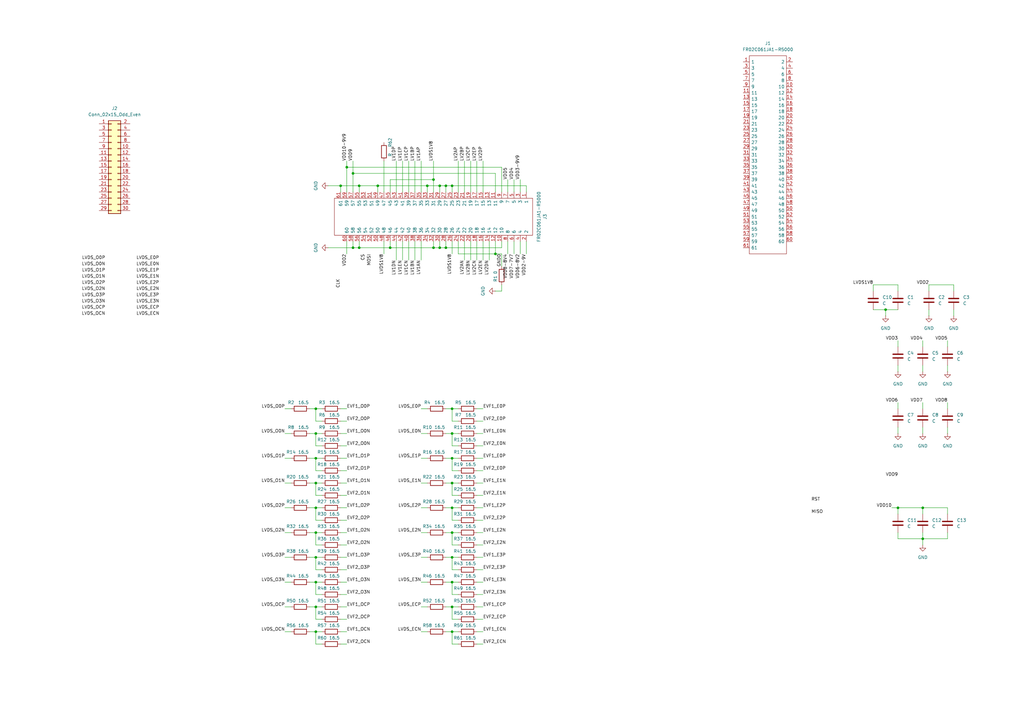
<source format=kicad_sch>
(kicad_sch (version 20231120) (generator "eeschema") (generator_version "8.0")
  (paper "A3")
  (title_block (title "LVDS_to_Dual_EVF") (date "2024-09-11") (rev "00") (company "PumaCorp") (comment 1 "11.09.2024: Initial schematic"))
  (lib_symbols
    (symbol "Component_lib:C" (pin_numbers hide) (pin_names (offset 0.254))
      (property "Reference" "C" (at 0.635 -1.27 0))
      (property "Value" "C" (at 0.635 -6.35 0))
      (symbol "C_1_1"
        (pin passive line (at 0 0 270) (length 2.794) (name "~") (number "1"))
        (pin passive line (at 0 -7.62 90) (length 2.794) (name "~") (number "2"))
      )
    )
    (symbol "Component_lib:FR02C061JA1-R5000" (pin_names (offset 0.762))
      (property "Reference" "J" (at 2.54 7.62 0))
      (property "Value" "FR02C061JA1-R5000" (at 2.54 5.08 0))
      (symbol "FR02C061JA1-R5000_0_0"
        (pin passive line (at 0 0 0) (length 2.54) (name "1") (number "1"))
        (pin passive line (at 20.32 -10.16 180) (length 2.54) (name "10") (number "10"))
        (pin passive line (at 0 -12.7 0) (length 2.54) (name "11") (number "11"))
        (pin passive line (at 20.32 -12.7 180) (length 2.54) (name "12") (number "12"))
        (pin passive line (at 0 -15.24 0) (length 2.54) (name "13") (number "13"))
        (pin passive line (at 20.32 -15.24 180) (length 2.54) (name "14") (number "14"))
        (pin passive line (at 0 -17.78 0) (length 2.54) (name "15") (number "15"))
        (pin passive line (at 20.32 -17.78 180) (length 2.54) (name "16") (number "16"))
        (pin passive line (at 0 -20.32 0) (length 2.54) (name "17") (number "17"))
        (pin passive line (at 20.32 -20.32 180) (length 2.54) (name "18") (number "18"))
        (pin passive line (at 0 -22.86 0) (length 2.54) (name "19") (number "19"))
        (pin passive line (at 20.32 0 180) (length 2.54) (name "2") (number "2"))
        (pin passive line (at 20.32 -22.86 180) (length 2.54) (name "20") (number "20"))
        (pin passive line (at 0 -25.4 0) (length 2.54) (name "21") (number "21"))
        (pin passive line (at 20.32 -25.4 180) (length 2.54) (name "22") (number "22"))
        (pin passive line (at 0 -27.94 0) (length 2.54) (name "23") (number "23"))
        (pin passive line (at 20.32 -27.94 180) (length 2.54) (name "24") (number "24"))
        (pin passive line (at 0 -30.48 0) (length 2.54) (name "25") (number "25"))
        (pin passive line (at 20.32 -30.48 180) (length 2.54) (name "26") (number "26"))
        (pin passive line (at 0 -33.02 0) (length 2.54) (name "27") (number "27"))
        (pin passive line (at 20.32 -33.02 180) (length 2.54) (name "28") (number "28"))
        (pin passive line (at 0 -35.56 0) (length 2.54) (name "29") (number "29"))
        (pin passive line (at 0 -2.54 0) (length 2.54) (name "3") (number "3"))
        (pin passive line (at 20.32 -35.56 180) (length 2.54) (name "30") (number "30"))
        (pin passive line (at 0 -38.1 0) (length 2.54) (name "31") (number "31"))
        (pin passive line (at 20.32 -38.1 180) (length 2.54) (name "32") (number "32"))
        (pin passive line (at 0 -40.64 0) (length 2.54) (name "33") (number "33"))
        (pin passive line (at 20.32 -40.64 180) (length 2.54) (name "34") (number "34"))
        (pin passive line (at 0 -43.18 0) (length 2.54) (name "35") (number "35"))
        (pin passive line (at 20.32 -43.18 180) (length 2.54) (name "36") (number "36"))
        (pin passive line (at 0 -45.72 0) (length 2.54) (name "37") (number "37"))
        (pin passive line (at 20.32 -45.72 180) (length 2.54) (name "38") (number "38"))
        (pin passive line (at 0 -48.26 0) (length 2.54) (name "39") (number "39"))
        (pin passive line (at 20.32 -2.54 180) (length 2.54) (name "4") (number "4"))
        (pin passive line (at 20.32 -48.26 180) (length 2.54) (name "40") (number "40"))
        (pin passive line (at 0 -50.8 0) (length 2.54) (name "41") (number "41"))
        (pin passive line (at 20.32 -50.8 180) (length 2.54) (name "42") (number "42"))
        (pin passive line (at 0 -53.34 0) (length 2.54) (name "43") (number "43"))
        (pin passive line (at 20.32 -53.34 180) (length 2.54) (name "44") (number "44"))
        (pin passive line (at 0 -55.88 0) (length 2.54) (name "45") (number "45"))
        (pin passive line (at 20.32 -55.88 180) (length 2.54) (name "46") (number "46"))
        (pin passive line (at 0 -58.42 0) (length 2.54) (name "47") (number "47"))
        (pin passive line (at 20.32 -58.42 180) (length 2.54) (name "48") (number "48"))
        (pin passive line (at 0 -60.96 0) (length 2.54) (name "49") (number "49"))
        (pin passive line (at 0 -5.08 0) (length 2.54) (name "5") (number "5"))
        (pin passive line (at 20.32 -60.96 180) (length 2.54) (name "50") (number "50"))
        (pin passive line (at 0 -63.5 0) (length 2.54) (name "51") (number "51"))
        (pin passive line (at 20.32 -63.5 180) (length 2.54) (name "52") (number "52"))
        (pin passive line (at 0 -66.04 0) (length 2.54) (name "53") (number "53"))
        (pin passive line (at 20.32 -66.04 180) (length 2.54) (name "54") (number "54"))
        (pin passive line (at 0 -68.58 0) (length 2.54) (name "55") (number "55"))
        (pin passive line (at 20.32 -68.58 180) (length 2.54) (name "56") (number "56"))
        (pin passive line (at 0 -71.12 0) (length 2.54) (name "57") (number "57"))
        (pin passive line (at 20.32 -71.12 180) (length 2.54) (name "58") (number "58"))
        (pin passive line (at 0 -73.66 0) (length 2.54) (name "59") (number "59"))
        (pin passive line (at 20.32 -5.08 180) (length 2.54) (name "6") (number "6"))
        (pin passive line (at 20.32 -73.66 180) (length 2.54) (name "60") (number "60"))
        (pin passive line (at 0 -76.2 0) (length 2.54) (name "61") (number "61"))
        (pin passive line (at 0 -7.62 0) (length 2.54) (name "7") (number "7"))
        (pin passive line (at 20.32 -7.62 180) (length 2.54) (name "8") (number "8"))
        (pin passive line (at 0 -10.16 0) (length 2.54) (name "9") (number "9"))
      )
    )
    (symbol "Component_lib:R" (pin_numbers hide) (pin_names (offset 0))
      (property "Reference" "R" (at 2.032 -3.81 90))
      (property "Value" "R" (at 0 -3.81 90))
      (symbol "R_1_1"
        (pin passive line (at 0 0 270) (length 1.27) (name "~") (number "1"))
        (pin passive line (at 0 -7.62 90) (length 1.27) (name "~") (number "2"))
      )
    )
    (symbol "Connector_Generic:Conn_02x15_Odd_Even" (pin_names (offset 1.016) hide)
      (property "Reference" "J" (at 1.27 20.32 0))
      (property "Value" "Conn_02x15_Odd_Even" (at 1.27 -20.32 0))
      (symbol "Conn_02x15_Odd_Even_1_1"
        (pin passive line (at -5.08 17.78 0) (length 3.81) (name "Pin_1") (number "1"))
        (pin passive line (at 7.62 7.62 180) (length 3.81) (name "Pin_10") (number "10"))
        (pin passive line (at -5.08 5.08 0) (length 3.81) (name "Pin_11") (number "11"))
        (pin passive line (at 7.62 5.08 180) (length 3.81) (name "Pin_12") (number "12"))
        (pin passive line (at -5.08 2.54 0) (length 3.81) (name "Pin_13") (number "13"))
        (pin passive line (at 7.62 2.54 180) (length 3.81) (name "Pin_14") (number "14"))
        (pin passive line (at -5.08 0 0) (length 3.81) (name "Pin_15") (number "15"))
        (pin passive line (at 7.62 0 180) (length 3.81) (name "Pin_16") (number "16"))
        (pin passive line (at -5.08 -2.54 0) (length 3.81) (name "Pin_17") (number "17"))
        (pin passive line (at 7.62 -2.54 180) (length 3.81) (name "Pin_18") (number "18"))
        (pin passive line (at -5.08 -5.08 0) (length 3.81) (name "Pin_19") (number "19"))
        (pin passive line (at 7.62 17.78 180) (length 3.81) (name "Pin_2") (number "2"))
        (pin passive line (at 7.62 -5.08 180) (length 3.81) (name "Pin_20") (number "20"))
        (pin passive line (at -5.08 -7.62 0) (length 3.81) (name "Pin_21") (number "21"))
        (pin passive line (at 7.62 -7.62 180) (length 3.81) (name "Pin_22") (number "22"))
        (pin passive line (at -5.08 -10.16 0) (length 3.81) (name "Pin_23") (number "23"))
        (pin passive line (at 7.62 -10.16 180) (length 3.81) (name "Pin_24") (number "24"))
        (pin passive line (at -5.08 -12.7 0) (length 3.81) (name "Pin_25") (number "25"))
        (pin passive line (at 7.62 -12.7 180) (length 3.81) (name "Pin_26") (number "26"))
        (pin passive line (at -5.08 -15.24 0) (length 3.81) (name "Pin_27") (number "27"))
        (pin passive line (at 7.62 -15.24 180) (length 3.81) (name "Pin_28") (number "28"))
        (pin passive line (at -5.08 -17.78 0) (length 3.81) (name "Pin_29") (number "29"))
        (pin passive line (at -5.08 15.24 0) (length 3.81) (name "Pin_3") (number "3"))
        (pin passive line (at 7.62 -17.78 180) (length 3.81) (name "Pin_30") (number "30"))
        (pin passive line (at 7.62 15.24 180) (length 3.81) (name "Pin_4") (number "4"))
        (pin passive line (at -5.08 12.7 0) (length 3.81) (name "Pin_5") (number "5"))
        (pin passive line (at 7.62 12.7 180) (length 3.81) (name "Pin_6") (number "6"))
        (pin passive line (at -5.08 10.16 0) (length 3.81) (name "Pin_7") (number "7"))
        (pin passive line (at 7.62 10.16 180) (length 3.81) (name "Pin_8") (number "8"))
        (pin passive line (at -5.08 7.62 0) (length 3.81) (name "Pin_9") (number "9"))
      )
    )
    (symbol "power:GND" (power) (pin_numbers hide) (pin_names (offset 0) hide)
      (property "Value" "GND" (at 0 -3.81 0))
      (symbol "GND_1_1"
        (pin power_in line (at 0 0 270) (length 0) (name "~") (number "1"))
      )
    )
  )
  (junction (at 185.42 228.6))
  (junction (at 363.22 127))
  (junction (at 185.42 259.08))
  (junction (at 185.42 218.44))
  (junction (at 129.54 198.12))
  (junction (at 129.54 238.76))
  (junction (at 144.78 71.12))
  (junction (at 177.8 101.6))
  (junction (at 368.3 208.28))
  (junction (at 139.7 76.2))
  (junction (at 129.54 177.8))
  (junction (at 182.88 101.6))
  (junction (at 378.46 208.28))
  (junction (at 129.54 228.6))
  (junction (at 129.54 248.92))
  (junction (at 185.42 187.96))
  (junction (at 185.42 198.12))
  (junction (at 129.54 167.64))
  (junction (at 185.42 208.28))
  (junction (at 147.32 101.6))
  (junction (at 177.8 73.66))
  (junction (at 182.88 76.2))
  (junction (at 142.24 68.58))
  (junction (at 185.42 167.64))
  (junction (at 175.26 76.2))
  (junction (at 144.78 101.6))
  (junction (at 129.54 208.28))
  (junction (at 129.54 187.96))
  (junction (at 154.94 76.2))
  (junction (at 185.42 238.76))
  (junction (at 185.42 248.92))
  (junction (at 129.54 259.08))
  (junction (at 378.46 220.98))
  (junction (at 180.34 101.6))
  (junction (at 129.54 218.44))
  (junction (at 147.32 76.2))
  (junction (at 160.02 101.6))
  (junction (at 180.34 76.2))
  (junction (at 203.2 104.14))
  (junction (at 185.42 177.8))
  (junction (at 185.42 76.2))
  (wire (pts (xy 203.2 78.74) (xy 203.2 71.12)))
  (wire (pts (xy 160.02 99.06) (xy 160.02 101.6)))
  (wire (pts (xy 365.76 208.28) (xy 368.3 208.28)))
  (wire (pts (xy 378.46 208.28) (xy 388.62 208.28)))
  (wire (pts (xy 185.42 187.96) (xy 187.96 187.96)))
  (wire (pts (xy 129.54 218.44) (xy 132.08 218.44)))
  (wire (pts (xy 139.7 182.88) (xy 142.24 182.88)))
  (wire (pts (xy 172.72 99.06) (xy 172.72 106.68)))
  (wire (pts (xy 388.62 218.44) (xy 388.62 220.98)))
  (wire (pts (xy 127 167.64) (xy 129.54 167.64)))
  (wire (pts (xy 195.58 223.52) (xy 198.12 223.52)))
  (wire (pts (xy 195.58 243.84) (xy 198.12 243.84)))
  (wire (pts (xy 182.88 177.8) (xy 185.42 177.8)))
  (wire (pts (xy 187.96 99.06) (xy 187.96 104.14)))
  (wire (pts (xy 116.84 177.8) (xy 119.38 177.8)))
  (wire (pts (xy 172.72 208.28) (xy 175.26 208.28)))
  (wire (pts (xy 185.42 203.2) (xy 187.96 203.2)))
  (wire (pts (xy 185.42 213.36) (xy 187.96 213.36)))
  (wire (pts (xy 368.3 220.98) (xy 378.46 220.98)))
  (wire (pts (xy 185.42 264.16) (xy 187.96 264.16)))
  (wire (pts (xy 381 116.84) (xy 381 119.38)))
  (wire (pts (xy 129.54 228.6) (xy 132.08 228.6)))
  (wire (pts (xy 144.78 66.04) (xy 144.78 71.12)))
  (wire (pts (xy 193.04 66.04) (xy 193.04 78.74)))
  (wire (pts (xy 129.54 198.12) (xy 129.54 203.2)))
  (wire (pts (xy 185.42 182.88) (xy 187.96 182.88)))
  (wire (pts (xy 210.82 99.06) (xy 210.82 104.14)))
  (wire (pts (xy 381 116.84) (xy 391.16 116.84)))
  (wire (pts (xy 185.42 223.52) (xy 187.96 223.52)))
  (wire (pts (xy 358.14 127) (xy 363.22 127)))
  (wire (pts (xy 144.78 99.06) (xy 144.78 101.6)))
  (wire (pts (xy 185.42 172.72) (xy 187.96 172.72)))
  (wire (pts (xy 368.3 175.26) (xy 368.3 177.8)))
  (wire (pts (xy 157.48 66.04) (xy 157.48 78.74)))
  (wire (pts (xy 182.88 248.92) (xy 185.42 248.92)))
  (wire (pts (xy 142.24 78.74) (xy 142.24 68.58)))
  (wire (pts (xy 368.3 208.28) (xy 368.3 210.82)))
  (wire (pts (xy 182.88 218.44) (xy 185.42 218.44)))
  (wire (pts (xy 129.54 259.08) (xy 132.08 259.08)))
  (wire (pts (xy 200.66 99.06) (xy 200.66 106.68)))
  (wire (pts (xy 129.54 187.96) (xy 132.08 187.96)))
  (wire (pts (xy 368.3 116.84) (xy 368.3 119.38)))
  (wire (pts (xy 195.58 218.44) (xy 198.12 218.44)))
  (wire (pts (xy 129.54 238.76) (xy 132.08 238.76)))
  (wire (pts (xy 391.16 127) (xy 391.16 129.54)))
  (wire (pts (xy 378.46 139.7) (xy 378.46 142.24)))
  (wire (pts (xy 139.7 172.72) (xy 142.24 172.72)))
  (wire (pts (xy 154.94 76.2) (xy 175.26 76.2)))
  (wire (pts (xy 144.78 71.12) (xy 144.78 78.74)))
  (wire (pts (xy 378.46 208.28) (xy 378.46 210.82)))
  (wire (pts (xy 368.3 149.86) (xy 368.3 152.4)))
  (wire (pts (xy 139.7 76.2) (xy 147.32 76.2)))
  (wire (pts (xy 129.54 198.12) (xy 132.08 198.12)))
  (wire (pts (xy 147.32 76.2) (xy 147.32 78.74)))
  (wire (pts (xy 142.24 68.58) (xy 205.74 68.58)))
  (wire (pts (xy 368.3 218.44) (xy 368.3 220.98)))
  (wire (pts (xy 388.62 208.28) (xy 388.62 210.82)))
  (wire (pts (xy 182.88 76.2) (xy 185.42 76.2)))
  (wire (pts (xy 129.54 177.8) (xy 132.08 177.8)))
  (wire (pts (xy 129.54 259.08) (xy 129.54 264.16)))
  (wire (pts (xy 139.7 248.92) (xy 142.24 248.92)))
  (wire (pts (xy 195.58 213.36) (xy 198.12 213.36)))
  (wire (pts (xy 195.58 193.04) (xy 198.12 193.04)))
  (wire (pts (xy 177.8 99.06) (xy 177.8 101.6)))
  (wire (pts (xy 160.02 73.66) (xy 177.8 73.66)))
  (wire (pts (xy 175.26 76.2) (xy 180.34 76.2)))
  (wire (pts (xy 185.42 238.76) (xy 187.96 238.76)))
  (wire (pts (xy 182.88 99.06) (xy 182.88 101.6)))
  (wire (pts (xy 205.74 104.14) (xy 205.74 109.22)))
  (wire (pts (xy 154.94 76.2) (xy 154.94 78.74)))
  (wire (pts (xy 139.7 264.16) (xy 142.24 264.16)))
  (wire (pts (xy 177.8 66.04) (xy 177.8 73.66)))
  (wire (pts (xy 187.96 104.14) (xy 203.2 104.14)))
  (wire (pts (xy 127 208.28) (xy 129.54 208.28)))
  (wire (pts (xy 147.32 101.6) (xy 144.78 101.6)))
  (wire (pts (xy 185.42 254) (xy 187.96 254)))
  (wire (pts (xy 129.54 208.28) (xy 129.54 213.36)))
  (wire (pts (xy 215.9 78.74) (xy 215.9 76.2)))
  (wire (pts (xy 139.7 238.76) (xy 142.24 238.76)))
  (wire (pts (xy 185.42 243.84) (xy 187.96 243.84)))
  (wire (pts (xy 195.58 238.76) (xy 198.12 238.76)))
  (wire (pts (xy 195.58 182.88) (xy 198.12 182.88)))
  (wire (pts (xy 170.18 66.04) (xy 170.18 78.74)))
  (wire (pts (xy 139.7 76.2) (xy 139.7 78.74)))
  (wire (pts (xy 388.62 149.86) (xy 388.62 152.4)))
  (wire (pts (xy 144.78 101.6) (xy 134.62 101.6)))
  (wire (pts (xy 172.72 66.04) (xy 172.72 78.74)))
  (wire (pts (xy 185.42 167.64) (xy 185.42 172.72)))
  (wire (pts (xy 167.64 99.06) (xy 167.64 106.68)))
  (wire (pts (xy 129.54 208.28) (xy 132.08 208.28)))
  (wire (pts (xy 198.12 99.06) (xy 198.12 106.68)))
  (wire (pts (xy 195.58 254) (xy 198.12 254)))
  (wire (pts (xy 378.46 149.86) (xy 378.46 152.4)))
  (wire (pts (xy 129.54 167.64) (xy 129.54 172.72)))
  (wire (pts (xy 195.58 198.12) (xy 198.12 198.12)))
  (wire (pts (xy 185.42 218.44) (xy 185.42 223.52)))
  (wire (pts (xy 363.22 127) (xy 368.3 127)))
  (wire (pts (xy 142.24 66.04) (xy 142.24 68.58)))
  (wire (pts (xy 378.46 220.98) (xy 388.62 220.98)))
  (wire (pts (xy 195.58 177.8) (xy 198.12 177.8)))
  (wire (pts (xy 157.48 99.06) (xy 157.48 104.14)))
  (wire (pts (xy 129.54 248.92) (xy 129.54 254)))
  (wire (pts (xy 185.42 187.96) (xy 185.42 193.04)))
  (wire (pts (xy 195.58 99.06) (xy 195.58 106.68)))
  (wire (pts (xy 139.7 233.68) (xy 142.24 233.68)))
  (wire (pts (xy 185.42 177.8) (xy 185.42 182.88)))
  (wire (pts (xy 388.62 139.7) (xy 388.62 142.24)))
  (wire (pts (xy 182.88 228.6) (xy 185.42 228.6)))
  (wire (pts (xy 378.46 175.26) (xy 378.46 177.8)))
  (wire (pts (xy 195.58 167.64) (xy 198.12 167.64)))
  (wire (pts (xy 127 187.96) (xy 129.54 187.96)))
  (wire (pts (xy 185.42 99.06) (xy 185.42 104.14)))
  (wire (pts (xy 208.28 73.66) (xy 208.28 78.74)))
  (wire (pts (xy 215.9 76.2) (xy 185.42 76.2)))
  (wire (pts (xy 177.8 73.66) (xy 177.8 78.74)))
  (wire (pts (xy 185.42 228.6) (xy 187.96 228.6)))
  (wire (pts (xy 378.46 218.44) (xy 378.46 220.98)))
  (wire (pts (xy 129.54 213.36) (xy 132.08 213.36)))
  (wire (pts (xy 182.88 187.96) (xy 185.42 187.96)))
  (wire (pts (xy 172.72 187.96) (xy 175.26 187.96)))
  (wire (pts (xy 172.72 177.8) (xy 175.26 177.8)))
  (wire (pts (xy 177.8 101.6) (xy 160.02 101.6)))
  (wire (pts (xy 116.84 259.08) (xy 119.38 259.08)))
  (wire (pts (xy 185.42 208.28) (xy 185.42 213.36)))
  (wire (pts (xy 182.88 238.76) (xy 185.42 238.76)))
  (wire (pts (xy 363.22 127) (xy 363.22 129.54)))
  (wire (pts (xy 205.74 104.14) (xy 203.2 104.14)))
  (wire (pts (xy 213.36 99.06) (xy 213.36 104.14)))
  (wire (pts (xy 167.64 66.04) (xy 167.64 78.74)))
  (wire (pts (xy 116.84 248.92) (xy 119.38 248.92)))
  (wire (pts (xy 368.3 116.84) (xy 358.14 116.84)))
  (wire (pts (xy 195.58 233.68) (xy 198.12 233.68)))
  (wire (pts (xy 127 238.76) (xy 129.54 238.76)))
  (wire (pts (xy 139.7 259.08) (xy 142.24 259.08)))
  (wire (pts (xy 162.56 99.06) (xy 162.56 106.68)))
  (wire (pts (xy 139.7 177.8) (xy 142.24 177.8)))
  (wire (pts (xy 129.54 238.76) (xy 129.54 243.84)))
  (wire (pts (xy 139.7 76.2) (xy 134.62 76.2)))
  (wire (pts (xy 185.42 193.04) (xy 187.96 193.04)))
  (wire (pts (xy 190.5 99.06) (xy 190.5 106.68)))
  (wire (pts (xy 172.72 167.64) (xy 175.26 167.64)))
  (wire (pts (xy 388.62 165.1) (xy 388.62 167.64)))
  (wire (pts (xy 180.34 99.06) (xy 180.34 101.6)))
  (wire (pts (xy 205.74 68.58) (xy 205.74 78.74)))
  (wire (pts (xy 139.7 167.64) (xy 142.24 167.64)))
  (wire (pts (xy 129.54 243.84) (xy 132.08 243.84)))
  (wire (pts (xy 142.24 99.06) (xy 142.24 104.14)))
  (wire (pts (xy 160.02 101.6) (xy 147.32 101.6)))
  (wire (pts (xy 116.84 187.96) (xy 119.38 187.96)))
  (wire (pts (xy 129.54 254) (xy 132.08 254)))
  (wire (pts (xy 172.72 248.92) (xy 175.26 248.92)))
  (wire (pts (xy 127 218.44) (xy 129.54 218.44)))
  (wire (pts (xy 185.42 167.64) (xy 187.96 167.64)))
  (wire (pts (xy 129.54 177.8) (xy 129.54 182.88)))
  (wire (pts (xy 185.42 259.08) (xy 187.96 259.08)))
  (wire (pts (xy 203.2 99.06) (xy 203.2 104.14)))
  (wire (pts (xy 139.7 243.84) (xy 142.24 243.84)))
  (wire (pts (xy 185.42 76.2) (xy 185.42 78.74)))
  (wire (pts (xy 172.72 218.44) (xy 175.26 218.44)))
  (wire (pts (xy 172.72 259.08) (xy 175.26 259.08)))
  (wire (pts (xy 139.7 193.04) (xy 142.24 193.04)))
  (wire (pts (xy 170.18 99.06) (xy 170.18 106.68)))
  (wire (pts (xy 195.58 259.08) (xy 198.12 259.08)))
  (wire (pts (xy 391.16 116.84) (xy 391.16 119.38)))
  (wire (pts (xy 185.42 228.6) (xy 185.42 233.68)))
  (wire (pts (xy 129.54 203.2) (xy 132.08 203.2)))
  (wire (pts (xy 388.62 175.26) (xy 388.62 177.8)))
  (wire (pts (xy 358.14 116.84) (xy 358.14 119.38)))
  (wire (pts (xy 182.88 101.6) (xy 180.34 101.6)))
  (wire (pts (xy 187.96 66.04) (xy 187.96 78.74)))
  (wire (pts (xy 182.88 208.28) (xy 185.42 208.28)))
  (wire (pts (xy 205.74 99.06) (xy 205.74 101.6)))
  (wire (pts (xy 185.42 259.08) (xy 185.42 264.16)))
  (wire (pts (xy 180.34 76.2) (xy 182.88 76.2)))
  (wire (pts (xy 116.84 208.28) (xy 119.38 208.28)))
  (wire (pts (xy 193.04 99.06) (xy 193.04 106.68)))
  (wire (pts (xy 185.42 248.92) (xy 187.96 248.92)))
  (wire (pts (xy 195.58 172.72) (xy 198.12 172.72)))
  (wire (pts (xy 208.28 99.06) (xy 208.28 104.14)))
  (wire (pts (xy 172.72 198.12) (xy 175.26 198.12)))
  (wire (pts (xy 368.3 208.28) (xy 378.46 208.28)))
  (wire (pts (xy 185.42 248.92) (xy 185.42 254)))
  (wire (pts (xy 127 177.8) (xy 129.54 177.8)))
  (wire (pts (xy 129.54 187.96) (xy 129.54 193.04)))
  (wire (pts (xy 203.2 71.12) (xy 144.78 71.12)))
  (wire (pts (xy 205.74 101.6) (xy 182.88 101.6)))
  (wire (pts (xy 210.82 73.66) (xy 210.82 78.74)))
  (wire (pts (xy 195.58 203.2) (xy 198.12 203.2)))
  (wire (pts (xy 129.54 264.16) (xy 132.08 264.16)))
  (wire (pts (xy 139.7 254) (xy 142.24 254)))
  (wire (pts (xy 182.88 167.64) (xy 185.42 167.64)))
  (wire (pts (xy 205.74 116.84) (xy 205.74 119.38)))
  (wire (pts (xy 147.32 76.2) (xy 154.94 76.2)))
  (wire (pts (xy 185.42 198.12) (xy 185.42 203.2)))
  (wire (pts (xy 172.72 238.76) (xy 175.26 238.76)))
  (wire (pts (xy 195.58 248.92) (xy 198.12 248.92)))
  (wire (pts (xy 129.54 233.68) (xy 132.08 233.68)))
  (wire (pts (xy 139.7 223.52) (xy 142.24 223.52)))
  (wire (pts (xy 127 259.08) (xy 129.54 259.08)))
  (wire (pts (xy 195.58 66.04) (xy 195.58 78.74)))
  (wire (pts (xy 182.88 259.08) (xy 185.42 259.08)))
  (wire (pts (xy 147.32 99.06) (xy 147.32 101.6)))
  (wire (pts (xy 182.88 76.2) (xy 182.88 78.74)))
  (wire (pts (xy 129.54 223.52) (xy 132.08 223.52)))
  (wire (pts (xy 116.84 238.76) (xy 119.38 238.76)))
  (wire (pts (xy 116.84 198.12) (xy 119.38 198.12)))
  (wire (pts (xy 180.34 101.6) (xy 177.8 101.6)))
  (wire (pts (xy 368.3 165.1) (xy 368.3 167.64)))
  (wire (pts (xy 195.58 264.16) (xy 198.12 264.16)))
  (wire (pts (xy 368.3 139.7) (xy 368.3 142.24)))
  (wire (pts (xy 172.72 228.6) (xy 175.26 228.6)))
  (wire (pts (xy 165.1 66.04) (xy 165.1 78.74)))
  (wire (pts (xy 381 127) (xy 381 129.54)))
  (wire (pts (xy 127 198.12) (xy 129.54 198.12)))
  (wire (pts (xy 139.7 187.96) (xy 142.24 187.96)))
  (wire (pts (xy 139.7 203.2) (xy 142.24 203.2)))
  (wire (pts (xy 116.84 218.44) (xy 119.38 218.44)))
  (wire (pts (xy 129.54 182.88) (xy 132.08 182.88)))
  (wire (pts (xy 190.5 66.04) (xy 190.5 78.74)))
  (wire (pts (xy 129.54 228.6) (xy 129.54 233.68)))
  (wire (pts (xy 185.42 177.8) (xy 187.96 177.8)))
  (wire (pts (xy 129.54 193.04) (xy 132.08 193.04)))
  (wire (pts (xy 139.7 208.28) (xy 142.24 208.28)))
  (wire (pts (xy 182.88 198.12) (xy 185.42 198.12)))
  (wire (pts (xy 165.1 99.06) (xy 165.1 106.68)))
  (wire (pts (xy 139.7 198.12) (xy 142.24 198.12)))
  (wire (pts (xy 198.12 66.04) (xy 198.12 78.74)))
  (wire (pts (xy 195.58 187.96) (xy 198.12 187.96)))
  (wire (pts (xy 213.36 73.66) (xy 213.36 78.74)))
  (wire (pts (xy 116.84 228.6) (xy 119.38 228.6)))
  (wire (pts (xy 378.46 165.1) (xy 378.46 167.64)))
  (wire (pts (xy 139.7 218.44) (xy 142.24 218.44)))
  (wire (pts (xy 129.54 218.44) (xy 129.54 223.52)))
  (wire (pts (xy 129.54 167.64) (xy 132.08 167.64)))
  (wire (pts (xy 139.7 213.36) (xy 142.24 213.36)))
  (wire (pts (xy 215.9 99.06) (xy 215.9 104.14)))
  (wire (pts (xy 378.46 220.98) (xy 378.46 223.52)))
  (wire (pts (xy 185.42 218.44) (xy 187.96 218.44)))
  (wire (pts (xy 139.7 228.6) (xy 142.24 228.6)))
  (wire (pts (xy 129.54 248.92) (xy 132.08 248.92)))
  (wire (pts (xy 195.58 208.28) (xy 198.12 208.28)))
  (wire (pts (xy 185.42 238.76) (xy 185.42 243.84)))
  (wire (pts (xy 185.42 233.68) (xy 187.96 233.68)))
  (wire (pts (xy 116.84 167.64) (xy 119.38 167.64)))
  (wire (pts (xy 175.26 76.2) (xy 175.26 78.74)))
  (wire (pts (xy 162.56 66.04) (xy 162.56 78.74)))
  (wire (pts (xy 195.58 228.6) (xy 198.12 228.6)))
  (wire (pts (xy 127 248.92) (xy 129.54 248.92)))
  (wire (pts (xy 185.42 198.12) (xy 187.96 198.12)))
  (wire (pts (xy 205.74 119.38) (xy 203.2 119.38)))
  (wire (pts (xy 129.54 172.72) (xy 132.08 172.72)))
  (wire (pts (xy 185.42 208.28) (xy 187.96 208.28)))
  (wire (pts (xy 180.34 76.2) (xy 180.34 78.74)))
  (wire (pts (xy 127 228.6) (xy 129.54 228.6)))
  (wire (pts (xy 160.02 78.74) (xy 160.02 73.66)))
  (label "LV1EP" (at 165.1 66.04 90))
  (label "EVF1_O3N" (at 142.24 238.76 0))
  (label "EVF2_O2P" (at 142.24 213.36 0))
  (label "LVDS_E2N" (at 172.72 218.44 180))
  (label "LVDS_O1P" (at 116.84 187.96 180))
  (label "EVF2_O3N" (at 142.24 243.84 0))
  (label "LVDS_E3N" (at 55.88 124.46 0))
  (label "LVDS_O2N" (at 43.18 119.38 180))
  (label "LVDS_E1N" (at 172.72 198.12 180))
  (label "EVF2_OCN" (at 142.24 264.16 0))
  (label "EVF1_OCP" (at 142.24 248.92 0))
  (label "LVDS_ECP" (at 55.88 127 0))
  (label "VDD10-9V9" (at 142.24 66.04 90))
  (label "EVF2_OCP" (at 142.24 254 0))
  (label "LV1CP" (at 167.64 66.04 90))
  (label "EVF2_O0P" (at 142.24 172.72 0))
  (label "LVDS1V8" (at 177.8 66.04 90))
  (label "EVF2_O0N" (at 142.24 182.88 0))
  (label "EVF2_O1P" (at 142.24 193.04 0))
  (label "EVF2_E1N" (at 198.12 203.2 0))
  (label "EVF1_O0P" (at 142.24 167.64 0))
  (label "EVF1_O2P" (at 142.24 208.28 0))
  (label "LV1DN" (at 162.56 106.68 270))
  (label "EVF2_O2N" (at 142.24 223.52 0))
  (label "LV2AP" (at 187.96 66.04 90))
  (label "LVDS_O2P" (at 43.18 116.84 180))
  (label "VDD8" (at 388.62 165.1 180))
  (label "LVDS_E1P" (at 172.72 187.96 180))
  (label "EVF2_E0N" (at 198.12 182.88 0))
  (label "LV2BP" (at 190.5 66.04 90))
  (label "EVF1_E3P" (at 198.12 228.6 0))
  (label "LVDS_E0N" (at 172.72 177.8 180))
  (label "MISO" (at 332.74 210.82 0))
  (label "VDD6" (at 368.3 165.1 180))
  (label "EVF1_OCN" (at 142.24 259.08 0))
  (label "LVDS_O1N" (at 43.18 114.3 180))
  (label "EVF1_E1N" (at 198.12 198.12 0))
  (label "EVF1_E0N" (at 198.12 177.8 0))
  (label "LVDS_O2N" (at 116.84 218.44 180))
  (label "LVDS_ECN" (at 172.72 259.08 180))
  (label "LVDS_E3P" (at 172.72 228.6 180))
  (label "EVF2_E3P" (at 198.12 233.68 0))
  (label "LV2EN" (at 198.12 106.68 270))
  (label "VDD5" (at 208.28 73.66 90))
  (label "LVDS_OCN" (at 116.84 259.08 180))
  (label "VDD4" (at 210.82 73.66 90))
  (label "LVDS_O1P" (at 43.18 111.76 180))
  (label "VDD3-9V9" (at 213.36 73.66 90))
  (label "VDD4" (at 378.46 139.7 180))
  (label "LV1BP" (at 170.18 66.04 90))
  (label "LVDS_E0N" (at 55.88 109.22 0))
  (label "LV1AP" (at 172.72 66.04 90))
  (label "LVDS_E0P" (at 172.72 167.64 180))
  (label "LVDS_E3P" (at 55.88 121.92 0))
  (label "EVF1_O1N" (at 142.24 198.12 0))
  (label "LV1AN" (at 172.72 106.68 270))
  (label "VDD2" (at 381 116.84 180))
  (label "LVDS_OCN" (at 43.18 129.54 180))
  (label "CLK" (at 139.7 114.3 270))
  (label "MOSI" (at 152.4 104.14 270))
  (label "LVDS_E2P" (at 172.72 208.28 180))
  (label "LVDS1V8" (at 157.48 104.14 270))
  (label "EVF1_O0N" (at 142.24 177.8 0))
  (label "VDD2" (at 142.24 104.14 270))
  (label "LVDS_O0P" (at 43.18 106.68 180))
  (label "LVDS1V8" (at 185.42 104.14 270))
  (label "LV2DN" (at 200.66 106.68 270))
  (label "LV1DP" (at 162.56 66.04 90))
  (label "VDD10" (at 365.76 208.28 180))
  (label "EVF1_O1P" (at 142.24 187.96 0))
  (label "LV2DP" (at 198.12 66.04 90))
  (label "LVDS_E3N" (at 172.72 238.76 180))
  (label "VDD8-8V4" (at 208.28 104.14 270))
  (label "LVDS_O0N" (at 43.18 109.22 180))
  (label "LVDS_OCP" (at 116.84 248.92 180))
  (label "LV2BN" (at 193.04 106.68 270))
  (label "LVDS_ECP" (at 172.72 248.92 180))
  (label "EVF1_ECP" (at 198.12 248.92 0))
  (label "VDD5" (at 388.62 139.7 180))
  (label "VDD7-7V7" (at 210.82 104.14 270))
  (label "EVF2_E0P" (at 198.12 172.72 0))
  (label "LVDS_OCP" (at 43.18 127 180))
  (label "EVF2_E3N" (at 198.12 243.84 0))
  (label "LVDS_ECN" (at 55.88 129.54 0))
  (label "LVDS_E2P" (at 55.88 116.84 0))
  (label "LVDS_O0N" (at 116.84 177.8 180))
  (label "LVDS_O3P" (at 116.84 228.6 180))
  (label "LVDS_O1N" (at 116.84 198.12 180))
  (label "EVF1_E3N" (at 198.12 238.76 0))
  (label "LVDS_E1N" (at 55.88 114.3 0))
  (label "LV1EN" (at 165.1 106.68 270))
  (label "LV2CN" (at 195.58 106.68 270))
  (label "EVF1_E2N" (at 198.12 218.44 0))
  (label "LVDS1V8" (at 358.14 116.84 180))
  (label "VDD9" (at 368.3 195.58 180))
  (label "LVDS_O2P" (at 116.84 208.28 180))
  (label "LVDS_E0P" (at 55.88 106.68 0))
  (label "EVF1_E0P" (at 198.12 187.96 0))
  (label "VDD3" (at 368.3 139.7 180))
  (label "EVF2_O3P" (at 142.24 233.68 0))
  (label "EVF1_O2N" (at 142.24 218.44 0))
  (label "LVDS_E1P" (at 55.88 111.76 0))
  (label "EVF1_O3P" (at 142.24 228.6 0))
  (label "VDD2-9V" (at 215.9 104.14 270))
  (label "LVDS_O3P" (at 43.18 121.92 180))
  (label "VDD9" (at 144.78 66.04 90))
  (label "LVDS_O0P" (at 116.84 167.64 180))
  (label "VDD6-8V2" (at 213.36 104.14 270))
  (label "EVF2_E2P" (at 198.12 213.36 0))
  (label "EVF2_ECN" (at 198.12 264.16 0))
  (label "VDD7" (at 378.46 165.1 180))
  (label "EVF1_E2P" (at 198.12 208.28 0))
  (label "LV1BN" (at 170.18 106.68 270))
  (label "EVF1_ECN" (at 198.12 259.08 0))
  (label "RST" (at 332.74 205.74 0))
  (label "LV2CP" (at 193.04 66.04 90))
  (label "LV2AN" (at 190.5 106.68 270))
  (label "LVDS_O3N" (at 43.18 124.46 180))
  (label "GND0" (at 205.74 104.14 270))
  (label "LV2EP" (at 195.58 66.04 90))
  (label "EVF2_E0P" (at 198.12 193.04 0))
  (label "EVF2_O1N" (at 142.24 203.2 0))
  (label "LVDS_O3N" (at 116.84 238.76 180))
  (label "LV1CN" (at 167.64 106.68 270))
  (label "EVF1_E0P" (at 198.12 167.64 0))
  (label "CS" (at 149.86 104.14 270))
  (label "EVF2_E2N" (at 198.12 223.52 0))
  (label "EVF2_ECP" (at 198.12 254 0))
  (label "LVDS_E2N" (at 55.88 119.38 0))
  (symbol (lib_id "power:GND") (at 381 129.54 0) (unit 1)
    (property "Reference" "#PWR02" (effects (hide yes)))
    (property "Value" "GND" (at 381 134.62 0))
    (property "Description" "Power symbol creates a global label with name \"GND\" , ground" (effects (hide yes)))
  )
  (symbol (lib_id "Component_lib:R") (at 187.96 187.96 90) (unit 1)
    (property "Reference" "R17" (at 187.96 185.42 90))
    (property "Value" "16.5" (at 193.04 185.42 90))
    (property "Footprint" "Resistor_SMD:R_0201_0603Metric" (effects (hide yes)))
    (property "Description" "Resistor" (effects (hide yes)))
  )
  (symbol (lib_id "Component_lib:R") (at 119.38 248.92 90) (unit 1)
    (property "Reference" "R50" (at 119.38 246.38 90))
    (property "Value" "16.5" (at 124.46 246.38 90))
    (property "Footprint" "Resistor_SMD:R_0201_0603Metric" (effects (hide yes)))
    (property "Description" "Resistor" (effects (hide yes)))
  )
  (symbol (lib_id "Component_lib:R") (at 187.96 243.84 90) (unit 1)
    (property "Reference" "R49" (at 187.96 241.3 90))
    (property "Value" "16.5" (at 193.04 241.3 90))
    (property "Footprint" "Resistor_SMD:R_0201_0603Metric" (effects (hide yes)))
    (property "Description" "Resistor" (effects (hide yes)))
  )
  (symbol (lib_id "Component_lib:R") (at 187.96 238.76 90) (unit 1)
    (property "Reference" "R47" (at 187.96 236.22 90))
    (property "Value" "16.5" (at 193.04 236.22 90))
    (property "Footprint" "Resistor_SMD:R_0201_0603Metric" (effects (hide yes)))
    (property "Description" "Resistor" (effects (hide yes)))
  )
  (symbol (lib_id "Component_lib:R") (at 119.38 177.8 90) (unit 1)
    (property "Reference" "R8" (at 119.38 175.26 90))
    (property "Value" "16.5" (at 124.46 175.26 90))
    (property "Footprint" "Resistor_SMD:R_0201_0603Metric" (effects (hide yes)))
    (property "Description" "Resistor" (effects (hide yes)))
  )
  (symbol (lib_id "Component_lib:R") (at 187.96 248.92 90) (unit 1)
    (property "Reference" "R53" (at 187.96 246.38 90))
    (property "Value" "16.5" (at 193.04 246.38 90))
    (property "Footprint" "Resistor_SMD:R_0201_0603Metric" (effects (hide yes)))
    (property "Description" "Resistor" (effects (hide yes)))
  )
  (symbol (lib_id "Component_lib:R") (at 187.96 208.28 90) (unit 1)
    (property "Reference" "R29" (at 187.96 205.74 90))
    (property "Value" "16.5" (at 193.04 205.74 90))
    (property "Footprint" "Resistor_SMD:R_0201_0603Metric" (effects (hide yes)))
    (property "Description" "Resistor" (effects (hide yes)))
  )
  (symbol (lib_id "Component_lib:R") (at 132.08 218.44 90) (unit 1)
    (property "Reference" "R33" (at 132.08 215.9 90))
    (property "Value" "16.5" (at 137.16 215.9 90))
    (property "Footprint" "Resistor_SMD:R_0201_0603Metric" (effects (hide yes)))
    (property "Description" "Resistor" (effects (hide yes)))
  )
  (symbol (lib_id "Component_lib:R") (at 119.38 228.6 90) (unit 1)
    (property "Reference" "R38" (at 119.38 226.06 90))
    (property "Value" "16.5" (at 124.46 226.06 90))
    (property "Footprint" "Resistor_SMD:R_0201_0603Metric" (effects (hide yes)))
    (property "Description" "Resistor" (effects (hide yes)))
  )
  (symbol (lib_id "Component_lib:R") (at 132.08 233.68 90) (unit 1)
    (property "Reference" "R42" (at 132.08 231.14 90))
    (property "Value" "16.5" (at 137.16 231.14 90))
    (property "Footprint" "Resistor_SMD:R_0201_0603Metric" (effects (hide yes)))
    (property "Description" "Resistor" (effects (hide yes)))
  )
  (symbol (lib_id "power:GND") (at 388.62 152.4 0) (unit 1)
    (property "Reference" "#PWR07" (effects (hide yes)))
    (property "Value" "GND" (at 388.62 157.48 0))
    (property "Description" "Power symbol creates a global label with name \"GND\" , ground" (effects (hide yes)))
  )
  (symbol (lib_id "power:GND") (at 391.16 129.54 0) (unit 1)
    (property "Reference" "#PWR03" (effects (hide yes)))
    (property "Value" "GND" (at 391.16 134.62 0))
    (property "Description" "Power symbol creates a global label with name \"GND\" , ground" (effects (hide yes)))
  )
  (symbol (lib_id "Component_lib:R") (at 119.38 259.08 90) (unit 1)
    (property "Reference" "R56" (at 119.38 256.54 90))
    (property "Value" "16.5" (at 124.46 256.54 90))
    (property "Footprint" "Resistor_SMD:R_0201_0603Metric" (effects (hide yes)))
    (property "Description" "Resistor" (effects (hide yes)))
  )
  (symbol (lib_id "Component_lib:R") (at 175.26 218.44 90) (unit 1)
    (property "Reference" "R34" (at 175.26 215.9 90))
    (property "Value" "16.5" (at 180.34 215.9 90))
    (property "Footprint" "Resistor_SMD:R_0201_0603Metric" (effects (hide yes)))
    (property "Description" "Resistor" (effects (hide yes)))
  )
  (symbol (lib_id "Component_lib:R") (at 187.96 203.2 90) (unit 1)
    (property "Reference" "R25" (at 187.96 200.66 90))
    (property "Value" "16.5" (at 193.04 200.66 90))
    (property "Footprint" "Resistor_SMD:R_0201_0603Metric" (effects (hide yes)))
    (property "Description" "Resistor" (effects (hide yes)))
  )
  (symbol (lib_id "Component_lib:R") (at 132.08 259.08 90) (unit 1)
    (property "Reference" "R57" (at 132.08 256.54 90))
    (property "Value" "16.5" (at 137.16 256.54 90))
    (property "Footprint" "Resistor_SMD:R_0201_0603Metric" (effects (hide yes)))
    (property "Description" "Resistor" (effects (hide yes)))
  )
  (symbol (lib_id "Component_lib:R") (at 187.96 259.08 90) (unit 1)
    (property "Reference" "R59" (at 187.96 256.54 90))
    (property "Value" "16.5" (at 193.04 256.54 90))
    (property "Footprint" "Resistor_SMD:R_0201_0603Metric" (effects (hide yes)))
    (property "Description" "Resistor" (effects (hide yes)))
  )
  (symbol (lib_id "Component_lib:R") (at 187.96 198.12 90) (unit 1)
    (property "Reference" "R23" (at 187.96 195.58 90))
    (property "Value" "16.5" (at 193.04 195.58 90))
    (property "Footprint" "Resistor_SMD:R_0201_0603Metric" (effects (hide yes)))
    (property "Description" "Resistor" (effects (hide yes)))
  )
  (symbol (lib_id "Component_lib:R") (at 187.96 264.16 90) (unit 1)
    (property "Reference" "R61" (at 187.96 261.62 90))
    (property "Value" "16.5" (at 193.04 261.62 90))
    (property "Footprint" "Resistor_SMD:R_0201_0603Metric" (effects (hide yes)))
    (property "Description" "Resistor" (effects (hide yes)))
  )
  (symbol (lib_id "Component_lib:C") (at 388.62 167.64 0) (unit 1)
    (property "Reference" "C9" (at 392.43 170.1799 0) (effects (justify left)))
    (property "Value" "C" (at 392.43 172.7199 0) (effects (justify left)))
    (property "Description" "Unpolarized capacitor" (effects (hide yes)))
  )
  (symbol (lib_id "Component_lib:R") (at 132.08 198.12 90) (unit 1)
    (property "Reference" "R21" (at 132.08 195.58 90))
    (property "Value" "16.5" (at 137.16 195.58 90))
    (property "Footprint" "Resistor_SMD:R_0201_0603Metric" (effects (hide yes)))
    (property "Description" "Resistor" (effects (hide yes)))
  )
  (symbol (lib_id "Component_lib:R") (at 157.48 58.42 0) (unit 1)
    (property "Reference" "R62" (at 160.02 58.42 90))
    (property "Value" "R" (at 160.02 63.5 90))
    (property "Description" "Resistor" (effects (hide yes)))
  )
  (symbol (lib_id "Component_lib:R") (at 175.26 238.76 90) (unit 1)
    (property "Reference" "R46" (at 175.26 236.22 90))
    (property "Value" "16.5" (at 180.34 236.22 90))
    (property "Footprint" "Resistor_SMD:R_0201_0603Metric" (effects (hide yes)))
    (property "Description" "Resistor" (effects (hide yes)))
  )
  (symbol (lib_id "Component_lib:R") (at 132.08 182.88 90) (unit 1)
    (property "Reference" "R12" (at 132.08 180.34 90))
    (property "Value" "16.5" (at 137.16 180.34 90))
    (property "Footprint" "Resistor_SMD:R_0201_0603Metric" (effects (hide yes)))
    (property "Description" "Resistor" (effects (hide yes)))
  )
  (symbol (lib_id "Component_lib:R") (at 132.08 243.84 90) (unit 1)
    (property "Reference" "R48" (at 132.08 241.3 90))
    (property "Value" "16.5" (at 137.16 241.3 90))
    (property "Footprint" "Resistor_SMD:R_0201_0603Metric" (effects (hide yes)))
    (property "Description" "Resistor" (effects (hide yes)))
  )
  (symbol (lib_id "Component_lib:R") (at 132.08 238.76 90) (unit 1)
    (property "Reference" "R45" (at 132.08 236.22 90))
    (property "Value" "16.5" (at 137.16 236.22 90))
    (property "Footprint" "Resistor_SMD:R_0201_0603Metric" (effects (hide yes)))
    (property "Description" "Resistor" (effects (hide yes)))
  )
  (symbol (lib_id "power:GND") (at 368.3 177.8 0) (unit 1)
    (property "Reference" "#PWR08" (effects (hide yes)))
    (property "Value" "GND" (at 368.3 182.88 0))
    (property "Description" "Power symbol creates a global label with name \"GND\" , ground" (effects (hide yes)))
  )
  (symbol (lib_id "Component_lib:C") (at 368.3 167.64 0) (unit 1)
    (property "Reference" "C7" (at 372.11 170.1799 0) (effects (justify left)))
    (property "Value" "C" (at 372.11 172.7199 0) (effects (justify left)))
    (property "Description" "Unpolarized capacitor" (effects (hide yes)))
  )
  (symbol (lib_id "power:GND") (at 203.2 119.38 270) (unit 1)
    (property "Reference" "#PWR04" (effects (hide yes)))
    (property "Value" "GND" (at 198.12 119.38 0))
    (property "Description" "Power symbol creates a global label with name \"GND\" , ground" (effects (hide yes)))
  )
  (symbol (lib_id "Component_lib:C") (at 388.62 210.82 0) (unit 1)
    (property "Reference" "C13" (at 392.43 213.3599 0) (effects (justify left)))
    (property "Value" "C" (at 392.43 215.8999 0) (effects (justify left)))
    (property "Description" "Unpolarized capacitor" (effects (hide yes)))
  )
  (symbol (lib_id "power:GND") (at 363.22 129.54 0) (unit 1)
    (property "Reference" "#PWR01" (effects (hide yes)))
    (property "Value" "GND" (at 363.22 134.62 0))
    (property "Description" "Power symbol creates a global label with name \"GND\" , ground" (effects (hide yes)))
  )
  (symbol (lib_id "Component_lib:R") (at 119.38 218.44 90) (unit 1)
    (property "Reference" "R32" (at 119.38 215.9 90))
    (property "Value" "16.5" (at 124.46 215.9 90))
    (property "Footprint" "Resistor_SMD:R_0201_0603Metric" (effects (hide yes)))
    (property "Description" "Resistor" (effects (hide yes)))
  )
  (symbol (lib_id "Component_lib:R") (at 175.26 228.6 90) (unit 1)
    (property "Reference" "R40" (at 175.26 226.06 90))
    (property "Value" "16.5" (at 180.34 226.06 90))
    (property "Footprint" "Resistor_SMD:R_0201_0603Metric" (effects (hide yes)))
    (property "Description" "Resistor" (effects (hide yes)))
  )
  (symbol (lib_id "Component_lib:R") (at 132.08 213.36 90) (unit 1)
    (property "Reference" "R30" (at 132.08 210.82 90))
    (property "Value" "16.5" (at 137.16 210.82 90))
    (property "Footprint" "Resistor_SMD:R_0201_0603Metric" (effects (hide yes)))
    (property "Description" "Resistor" (effects (hide yes)))
  )
  (symbol (lib_id "Component_lib:R") (at 119.38 238.76 90) (unit 1)
    (property "Reference" "R44" (at 119.38 236.22 90))
    (property "Value" "16.5" (at 124.46 236.22 90))
    (property "Footprint" "Resistor_SMD:R_0201_0603Metric" (effects (hide yes)))
    (property "Description" "Resistor" (effects (hide yes)))
  )
  (symbol (lib_id "Component_lib:C") (at 391.16 119.38 0) (unit 1)
    (property "Reference" "C3" (at 394.97 121.9199 0) (effects (justify left)))
    (property "Value" "C" (at 394.97 124.4599 0) (effects (justify left)))
    (property "Description" "Unpolarized capacitor" (effects (hide yes)))
  )
  (symbol (lib_id "Component_lib:R") (at 187.96 177.8 90) (unit 1)
    (property "Reference" "R11" (at 187.96 175.26 90))
    (property "Value" "16.5" (at 193.04 175.26 90))
    (property "Footprint" "Resistor_SMD:R_0201_0603Metric" (effects (hide yes)))
    (property "Description" "Resistor" (effects (hide yes)))
  )
  (symbol (lib_id "Component_lib:R") (at 132.08 193.04 90) (unit 1)
    (property "Reference" "R18" (at 132.08 190.5 90))
    (property "Value" "16.5" (at 137.16 190.5 90))
    (property "Footprint" "Resistor_SMD:R_0201_0603Metric" (effects (hide yes)))
    (property "Description" "Resistor" (effects (hide yes)))
  )
  (symbol (lib_id "Component_lib:R") (at 187.96 233.68 90) (unit 1)
    (property "Reference" "R43" (at 187.96 231.14 90))
    (property "Value" "16.5" (at 193.04 231.14 90))
    (property "Footprint" "Resistor_SMD:R_0201_0603Metric" (effects (hide yes)))
    (property "Description" "Resistor" (effects (hide yes)))
  )
  (symbol (lib_id "Component_lib:R") (at 132.08 172.72 90) (unit 1)
    (property "Reference" "R6" (at 132.08 170.18 90))
    (property "Value" "16.5" (at 137.16 170.18 90))
    (property "Footprint" "Resistor_SMD:R_0201_0603Metric" (effects (hide yes)))
    (property "Description" "Resistor" (effects (hide yes)))
  )
  (symbol (lib_id "Component_lib:R") (at 187.96 213.36 90) (unit 1)
    (property "Reference" "R31" (at 187.96 210.82 90))
    (property "Value" "16.5" (at 193.04 210.82 90))
    (property "Footprint" "Resistor_SMD:R_0201_0603Metric" (effects (hide yes)))
    (property "Description" "Resistor" (effects (hide yes)))
  )
  (symbol (lib_id "Component_lib:R") (at 187.96 218.44 90) (unit 1)
    (property "Reference" "R35" (at 187.96 215.9 90))
    (property "Value" "16.5" (at 193.04 215.9 90))
    (property "Footprint" "Resistor_SMD:R_0201_0603Metric" (effects (hide yes)))
    (property "Description" "Resistor" (effects (hide yes)))
  )
  (symbol (lib_id "Component_lib:C") (at 358.14 119.38 0) (unit 1)
    (property "Reference" "C10" (at 361.95 121.9199 0) (effects (justify left)))
    (property "Value" "C" (at 361.95 124.4599 0) (effects (justify left)))
    (property "Description" "Unpolarized capacitor" (effects (hide yes)))
  )
  (symbol (lib_id "Component_lib:R") (at 132.08 203.2 90) (unit 1)
    (property "Reference" "R24" (at 132.08 200.66 90))
    (property "Value" "16.5" (at 137.16 200.66 90))
    (property "Footprint" "Resistor_SMD:R_0201_0603Metric" (effects (hide yes)))
    (property "Description" "Resistor" (effects (hide yes)))
  )
  (symbol (lib_id "Component_lib:C") (at 368.3 142.24 0) (unit 1)
    (property "Reference" "C4" (at 372.11 144.7799 0) (effects (justify left)))
    (property "Value" "C" (at 372.11 147.3199 0) (effects (justify left)))
    (property "Description" "Unpolarized capacitor" (effects (hide yes)))
  )
  (symbol (lib_id "Component_lib:R") (at 119.38 167.64 90) (unit 1)
    (property "Reference" "R2" (at 119.38 165.1 90))
    (property "Value" "16.5" (at 124.46 165.1 90))
    (property "Footprint" "Resistor_SMD:R_0201_0603Metric" (effects (hide yes)))
    (property "Description" "Resistor" (effects (hide yes)))
  )
  (symbol (lib_id "Component_lib:R") (at 187.96 228.6 90) (unit 1)
    (property "Reference" "R41" (at 187.96 226.06 90))
    (property "Value" "16.5" (at 193.04 226.06 90))
    (property "Footprint" "Resistor_SMD:R_0201_0603Metric" (effects (hide yes)))
    (property "Description" "Resistor" (effects (hide yes)))
  )
  (symbol (lib_id "power:GND") (at 368.3 152.4 0) (unit 1)
    (property "Reference" "#PWR05" (effects (hide yes)))
    (property "Value" "GND" (at 368.3 157.48 0))
    (property "Description" "Power symbol creates a global label with name \"GND\" , ground" (effects (hide yes)))
  )
  (symbol (lib_id "Component_lib:R") (at 175.26 167.64 90) (unit 1)
    (property "Reference" "R4" (at 175.26 165.1 90))
    (property "Value" "16.5" (at 180.34 165.1 90))
    (property "Footprint" "Resistor_SMD:R_0201_0603Metric" (effects (hide yes)))
    (property "Description" "Resistor" (effects (hide yes)))
  )
  (symbol (lib_id "power:GND") (at 378.46 177.8 0) (unit 1)
    (property "Reference" "#PWR09" (effects (hide yes)))
    (property "Value" "GND" (at 378.46 182.88 0))
    (property "Description" "Power symbol creates a global label with name \"GND\" , ground" (effects (hide yes)))
  )
  (symbol (lib_id "Component_lib:R") (at 187.96 172.72 90) (unit 1)
    (property "Reference" "R7" (at 187.96 170.18 90))
    (property "Value" "16.5" (at 193.04 170.18 90))
    (property "Footprint" "Resistor_SMD:R_0201_0603Metric" (effects (hide yes)))
    (property "Description" "Resistor" (effects (hide yes)))
  )
  (symbol (lib_id "Component_lib:R") (at 187.96 193.04 90) (unit 1)
    (property "Reference" "R19" (at 187.96 190.5 90))
    (property "Value" "16.5" (at 193.04 190.5 90))
    (property "Footprint" "Resistor_SMD:R_0201_0603Metric" (effects (hide yes)))
    (property "Description" "Resistor" (effects (hide yes)))
  )
  (symbol (lib_id "Component_lib:FR02C061JA1-R5000") (at 215.9 78.74 270) (unit 1)
    (property "Reference" "J3" (at 223.52 88.9 0))
    (property "Value" "FR02C061JA1-R5000" (at 220.98 88.9 0))
    (property "Footprint" "Component_lib:FR02C061JA1R5000" (effects (hide yes)))
    (property "Datasheet" "https://datasheet.datasheetarchive.com/originals/distributors/Datasheets_SAMA/4da8c28c9917729c9c89423a3608f674.pdf" (effects (hide yes)))
    (property "Description" "FFC & FPC Connectors 61 position 0.2mm pitch 0.82mm height" (effects (hide yes)))
    (property "Height" "1.405" (effects (hide yes)))
    (property "Mouser Part Number" "656-FR02C061JA1R5000" (effects (hide yes)))
    (property "Mouser Price/Stock" "https://www.mouser.co.uk/ProductDetail/JAE-Electronics/FR02C061JA1-R5000?qs=kw%2FHedSFAElmDi24reWeXA%3D%3D" (effects (hide yes)))
    (property "Manufacturer_Name" "JAE Electronics" (effects (hide yes)))
    (property "Manufacturer_Part_Number" "FR02C061JA1-R5000" (effects (hide yes)))
  )
  (symbol (lib_id "Component_lib:R") (at 175.26 187.96 90) (unit 1)
    (property "Reference" "R16" (at 175.26 185.42 90))
    (property "Value" "16.5" (at 180.34 185.42 90))
    (property "Footprint" "Resistor_SMD:R_0201_0603Metric" (effects (hide yes)))
    (property "Description" "Resistor" (effects (hide yes)))
  )
  (symbol (lib_id "power:GND") (at 388.62 177.8 0) (unit 1)
    (property "Reference" "#PWR010" (effects (hide yes)))
    (property "Value" "GND" (at 388.62 182.88 0))
    (property "Description" "Power symbol creates a global label with name \"GND\" , ground" (effects (hide yes)))
  )
  (symbol (lib_id "Component_lib:C") (at 368.3 119.38 0) (unit 1)
    (property "Reference" "C1" (at 372.11 121.9199 0) (effects (justify left)))
    (property "Value" "C" (at 372.11 124.4599 0) (effects (justify left)))
    (property "Description" "Unpolarized capacitor" (effects (hide yes)))
  )
  (symbol (lib_id "Component_lib:C") (at 378.46 167.64 0) (unit 1)
    (property "Reference" "C8" (at 382.27 170.1799 0) (effects (justify left)))
    (property "Value" "C" (at 382.27 172.7199 0) (effects (justify left)))
    (property "Description" "Unpolarized capacitor" (effects (hide yes)))
  )
  (symbol (lib_id "Connector_Generic:Conn_02x15_Odd_Even") (at 45.72 68.58 0) (unit 1)
    (property "Reference" "J2" (at 46.99 44.45 0))
    (property "Value" "Conn_02x15_Odd_Even" (at 46.99 46.99 0))
    (property "Footprint" "Connector_PinSocket_2.54mm:PinSocket_2x15_P2.54mm_Vertical" (effects (hide yes)))
    (property "Description" "Generic connector, double row, 02x15, odd/even pin numbering scheme (row 1 odd numbers, row 2 even numbers), script generated (kicad-library-utils/schlib/autogen/connector/)" (effects (hide yes)))
  )
  (symbol (lib_id "Component_lib:C") (at 378.46 142.24 0) (unit 1)
    (property "Reference" "C5" (at 382.27 144.7799 0) (effects (justify left)))
    (property "Value" "C" (at 382.27 147.3199 0) (effects (justify left)))
    (property "Description" "Unpolarized capacitor" (effects (hide yes)))
  )
  (symbol (lib_id "Component_lib:R") (at 119.38 208.28 90) (unit 1)
    (property "Reference" "R26" (at 119.38 205.74 90))
    (property "Value" "16.5" (at 124.46 205.74 90))
    (property "Footprint" "Resistor_SMD:R_0201_0603Metric" (effects (hide yes)))
    (property "Description" "Resistor" (effects (hide yes)))
  )
  (symbol (lib_id "Component_lib:R") (at 175.26 259.08 90) (unit 1)
    (property "Reference" "R58" (at 175.26 256.54 90))
    (property "Value" "16.5" (at 180.34 256.54 90))
    (property "Footprint" "Resistor_SMD:R_0201_0603Metric" (effects (hide yes)))
    (property "Description" "Resistor" (effects (hide yes)))
  )
  (symbol (lib_id "Component_lib:C") (at 368.3 210.82 0) (unit 1)
    (property "Reference" "C11" (at 372.11 213.3599 0) (effects (justify left)))
    (property "Value" "C" (at 372.11 215.8999 0) (effects (justify left)))
    (property "Description" "Unpolarized capacitor" (effects (hide yes)))
  )
  (symbol (lib_id "Component_lib:R") (at 187.96 182.88 90) (unit 1)
    (property "Reference" "R13" (at 187.96 180.34 90))
    (property "Value" "16.5" (at 193.04 180.34 90))
    (property "Footprint" "Resistor_SMD:R_0201_0603Metric" (effects (hide yes)))
    (property "Description" "Resistor" (effects (hide yes)))
  )
  (symbol (lib_id "Component_lib:R") (at 187.96 167.64 90) (unit 1)
    (property "Reference" "R5" (at 187.96 165.1 90))
    (property "Value" "16.5" (at 193.04 165.1 90))
    (property "Footprint" "Resistor_SMD:R_0201_0603Metric" (effects (hide yes)))
    (property "Description" "Resistor" (effects (hide yes)))
  )
  (symbol (lib_id "Component_lib:R") (at 187.96 254 90) (unit 1)
    (property "Reference" "R55" (at 187.96 251.46 90))
    (property "Value" "16.5" (at 193.04 251.46 90))
    (property "Footprint" "Resistor_SMD:R_0201_0603Metric" (effects (hide yes)))
    (property "Description" "Resistor" (effects (hide yes)))
  )
  (symbol (lib_id "Component_lib:R") (at 132.08 254 90) (unit 1)
    (property "Reference" "R54" (at 132.08 251.46 90))
    (property "Value" "16.5" (at 137.16 251.46 90))
    (property "Footprint" "Resistor_SMD:R_0201_0603Metric" (effects (hide yes)))
    (property "Description" "Resistor" (effects (hide yes)))
  )
  (symbol (lib_id "Component_lib:R") (at 132.08 208.28 90) (unit 1)
    (property "Reference" "R27" (at 132.08 205.74 90))
    (property "Value" "16.5" (at 137.16 205.74 90))
    (property "Footprint" "Resistor_SMD:R_0201_0603Metric" (effects (hide yes)))
    (property "Description" "Resistor" (effects (hide yes)))
  )
  (symbol (lib_id "power:GND") (at 378.46 152.4 0) (unit 1)
    (property "Reference" "#PWR06" (effects (hide yes)))
    (property "Value" "GND" (at 378.46 157.48 0))
    (property "Description" "Power symbol creates a global label with name \"GND\" , ground" (effects (hide yes)))
  )
  (symbol (lib_id "Component_lib:R") (at 132.08 167.64 90) (unit 1)
    (property "Reference" "R3" (at 132.08 165.1 90))
    (property "Value" "16.5" (at 137.16 165.1 90))
    (property "Footprint" "Resistor_SMD:R_0201_0603Metric" (effects (hide yes)))
    (property "Description" "Resistor" (effects (hide yes)))
  )
  (symbol (lib_id "Component_lib:R") (at 175.26 177.8 90) (unit 1)
    (property "Reference" "R10" (at 175.26 175.26 90))
    (property "Value" "16.5" (at 180.34 175.26 90))
    (property "Footprint" "Resistor_SMD:R_0201_0603Metric" (effects (hide yes)))
    (property "Description" "Resistor" (effects (hide yes)))
  )
  (symbol (lib_id "Component_lib:R") (at 175.26 248.92 90) (unit 1)
    (property "Reference" "R52" (at 175.26 246.38 90))
    (property "Value" "16.5" (at 180.34 246.38 90))
    (property "Footprint" "Resistor_SMD:R_0201_0603Metric" (effects (hide yes)))
    (property "Description" "Resistor" (effects (hide yes)))
  )
  (symbol (lib_id "Component_lib:R") (at 119.38 198.12 90) (unit 1)
    (property "Reference" "R20" (at 119.38 195.58 90))
    (property "Value" "16.5" (at 124.46 195.58 90))
    (property "Footprint" "Resistor_SMD:R_0201_0603Metric" (effects (hide yes)))
    (property "Description" "Resistor" (effects (hide yes)))
  )
  (symbol (lib_id "Component_lib:R") (at 175.26 208.28 90) (unit 1)
    (property "Reference" "R28" (at 175.26 205.74 90))
    (property "Value" "16.5" (at 180.34 205.74 90))
    (property "Footprint" "Resistor_SMD:R_0201_0603Metric" (effects (hide yes)))
    (property "Description" "Resistor" (effects (hide yes)))
  )
  (symbol (lib_id "Component_lib:R") (at 132.08 228.6 90) (unit 1)
    (property "Reference" "R39" (at 132.08 226.06 90))
    (property "Value" "16.5" (at 137.16 226.06 90))
    (property "Footprint" "Resistor_SMD:R_0201_0603Metric" (effects (hide yes)))
    (property "Description" "Resistor" (effects (hide yes)))
  )
  (symbol (lib_id "Component_lib:R") (at 132.08 248.92 90) (unit 1)
    (property "Reference" "R51" (at 132.08 246.38 90))
    (property "Value" "16.5" (at 137.16 246.38 90))
    (property "Footprint" "Resistor_SMD:R_0201_0603Metric" (effects (hide yes)))
    (property "Description" "Resistor" (effects (hide yes)))
  )
  (symbol (lib_id "Component_lib:C") (at 388.62 142.24 0) (unit 1)
    (property "Reference" "C6" (at 392.43 144.7799 0) (effects (justify left)))
    (property "Value" "C" (at 392.43 147.3199 0) (effects (justify left)))
    (property "Description" "Unpolarized capacitor" (effects (hide yes)))
  )
  (symbol (lib_id "Component_lib:R") (at 119.38 187.96 90) (unit 1)
    (property "Reference" "R14" (at 119.38 185.42 90))
    (property "Value" "16.5" (at 124.46 185.42 90))
    (property "Footprint" "Resistor_SMD:R_0201_0603Metric" (effects (hide yes)))
    (property "Description" "Resistor" (effects (hide yes)))
  )
  (symbol (lib_id "Component_lib:R") (at 132.08 187.96 90) (unit 1)
    (property "Reference" "R15" (at 132.08 185.42 90))
    (property "Value" "16.5" (at 137.16 185.42 90))
    (property "Footprint" "Resistor_SMD:R_0201_0603Metric" (effects (hide yes)))
    (property "Description" "Resistor" (effects (hide yes)))
  )
  (symbol (lib_id "power:GND") (at 134.62 101.6 270) (unit 1)
    (property "Reference" "#PWR012" (effects (hide yes)))
    (property "Value" "GND" (at 129.54 101.6 0))
    (property "Description" "Power symbol creates a global label with name \"GND\" , ground" (effects (hide yes)))
  )
  (symbol (lib_id "Component_lib:FR02C061JA1-R5000") (at 304.8 25.4 0) (unit 1)
    (property "Reference" "J1" (at 314.96 17.78 0))
    (property "Value" "FR02C061JA1-R5000" (at 314.96 20.32 0))
    (property "Footprint" "Component_lib:FR02C061JA1R5000" (effects (hide yes)))
    (property "Datasheet" "https://datasheet.datasheetarchive.com/originals/distributors/Datasheets_SAMA/4da8c28c9917729c9c89423a3608f674.pdf" (effects (hide yes)))
    (property "Description" "FFC & FPC Connectors 61 position 0.2mm pitch 0.82mm height" (effects (hide yes)))
    (property "Height" "1.405" (effects (hide yes)))
    (property "Mouser Part Number" "656-FR02C061JA1R5000" (effects (hide yes)))
    (property "Mouser Price/Stock" "https://www.mouser.co.uk/ProductDetail/JAE-Electronics/FR02C061JA1-R5000?qs=kw%2FHedSFAElmDi24reWeXA%3D%3D" (effects (hide yes)))
    (property "Manufacturer_Name" "JAE Electronics" (effects (hide yes)))
    (property "Manufacturer_Part_Number" "FR02C061JA1-R5000" (effects (hide yes)))
  )
  (symbol (lib_id "power:GND") (at 134.62 76.2 270) (unit 1)
    (property "Reference" "#PWR011" (effects (hide yes)))
    (property "Value" "GND" (at 129.54 76.2 0))
    (property "Description" "Power symbol creates a global label with name \"GND\" , ground" (effects (hide yes)))
  )
  (symbol (lib_id "Component_lib:R") (at 132.08 177.8 90) (unit 1)
    (property "Reference" "R9" (at 132.08 175.26 90))
    (property "Value" "16.5" (at 137.16 175.26 90))
    (property "Footprint" "Resistor_SMD:R_0201_0603Metric" (effects (hide yes)))
    (property "Description" "Resistor" (effects (hide yes)))
  )
  (symbol (lib_id "Component_lib:C") (at 381 119.38 0) (unit 1)
    (property "Reference" "C2" (at 384.81 121.9199 0) (effects (justify left)))
    (property "Value" "C" (at 384.81 124.4599 0) (effects (justify left)))
    (property "Description" "Unpolarized capacitor" (effects (hide yes)))
  )
  (symbol (lib_id "Component_lib:R") (at 132.08 223.52 90) (unit 1)
    (property "Reference" "R36" (at 132.08 220.98 90))
    (property "Value" "16.5" (at 137.16 220.98 90))
    (property "Footprint" "Resistor_SMD:R_0201_0603Metric" (effects (hide yes)))
    (property "Description" "Resistor" (effects (hide yes)))
  )
  (symbol (lib_id "power:GND") (at 378.46 223.52 0) (unit 1)
    (property "Reference" "#PWR014" (effects (hide yes)))
    (property "Value" "GND" (at 378.46 228.6 0))
    (property "Description" "Power symbol creates a global label with name \"GND\" , ground" (effects (hide yes)))
  )
  (symbol (lib_id "Component_lib:R") (at 205.74 109.22 0) (unit 1)
    (property "Reference" "R1" (at 203.2 114.3 90))
    (property "Value" "0" (at 203.2 111.76 90))
    (property "Description" "Resistor" (effects (hide yes)))
  )
  (symbol (lib_id "Component_lib:R") (at 187.96 223.52 90) (unit 1)
    (property "Reference" "R37" (at 187.96 220.98 90))
    (property "Value" "16.5" (at 193.04 220.98 90))
    (property "Footprint" "Resistor_SMD:R_0201_0603Metric" (effects (hide yes)))
    (property "Description" "Resistor" (effects (hide yes)))
  )
  (symbol (lib_id "Component_lib:R") (at 175.26 198.12 90) (unit 1)
    (property "Reference" "R22" (at 175.26 195.58 90))
    (property "Value" "16.5" (at 180.34 195.58 90))
    (property "Footprint" "Resistor_SMD:R_0201_0603Metric" (effects (hide yes)))
    (property "Description" "Resistor" (effects (hide yes)))
  )
  (symbol (lib_id "Component_lib:R") (at 132.08 264.16 90) (unit 1)
    (property "Reference" "R60" (at 132.08 261.62 90))
    (property "Value" "16.5" (at 137.16 261.62 90))
    (property "Footprint" "Resistor_SMD:R_0201_0603Metric" (effects (hide yes)))
    (property "Description" "Resistor" (effects (hide yes)))
  )
  (symbol (lib_id "Component_lib:C") (at 378.46 210.82 0) (unit 1)
    (property "Reference" "C12" (at 382.27 213.3599 0) (effects (justify left)))
    (property "Value" "C" (at 382.27 215.8999 0) (effects (justify left)))
    (property "Description" "Unpolarized capacitor" (effects (hide yes)))
  )
)
</source>
